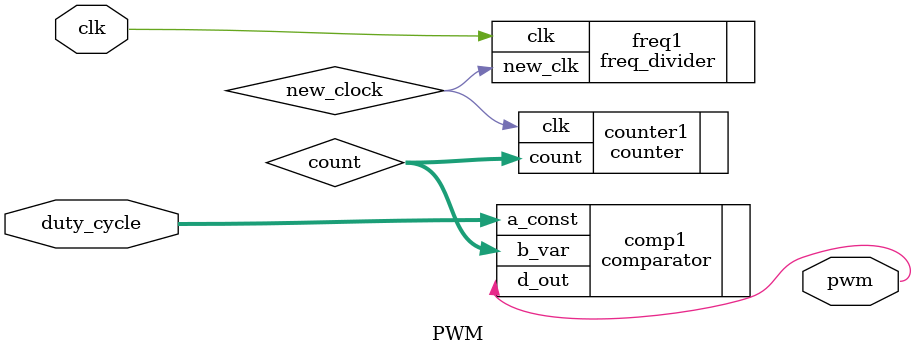
<source format=v>
`timescale 1ns / 1ps
module PWM(
	input wire clk,
	input wire [3:0] duty_cycle,
	output pwm
);

wire new_clock;
wire [3:0] count;

freq_divider freq1 (
	.clk (clk),
	.new_clk (new_clock)
);

counter counter1 (
	.clk (new_clock),
	.count (count)
);

comparator comp1 (
	.a_const (duty_cycle),
	.b_var (count),
	.d_out (pwm)
);


endmodule

</source>
